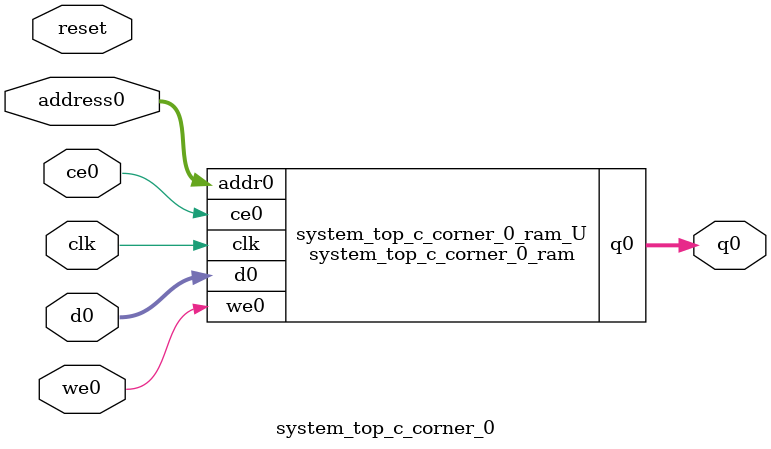
<source format=v>
`timescale 1 ns / 1 ps
module system_top_c_corner_0_ram (addr0, ce0, d0, we0, q0,  clk);

parameter DWIDTH = 26;
parameter AWIDTH = 2;
parameter MEM_SIZE = 3;

input[AWIDTH-1:0] addr0;
input ce0;
input[DWIDTH-1:0] d0;
input we0;
output reg[DWIDTH-1:0] q0;
input clk;

reg [DWIDTH-1:0] ram[0:MEM_SIZE-1];




always @(posedge clk)  
begin 
    if (ce0) begin
        if (we0) 
            ram[addr0] <= d0; 
        q0 <= ram[addr0];
    end
end


endmodule

`timescale 1 ns / 1 ps
module system_top_c_corner_0(
    reset,
    clk,
    address0,
    ce0,
    we0,
    d0,
    q0);

parameter DataWidth = 32'd26;
parameter AddressRange = 32'd3;
parameter AddressWidth = 32'd2;
input reset;
input clk;
input[AddressWidth - 1:0] address0;
input ce0;
input we0;
input[DataWidth - 1:0] d0;
output[DataWidth - 1:0] q0;



system_top_c_corner_0_ram system_top_c_corner_0_ram_U(
    .clk( clk ),
    .addr0( address0 ),
    .ce0( ce0 ),
    .we0( we0 ),
    .d0( d0 ),
    .q0( q0 ));

endmodule


</source>
